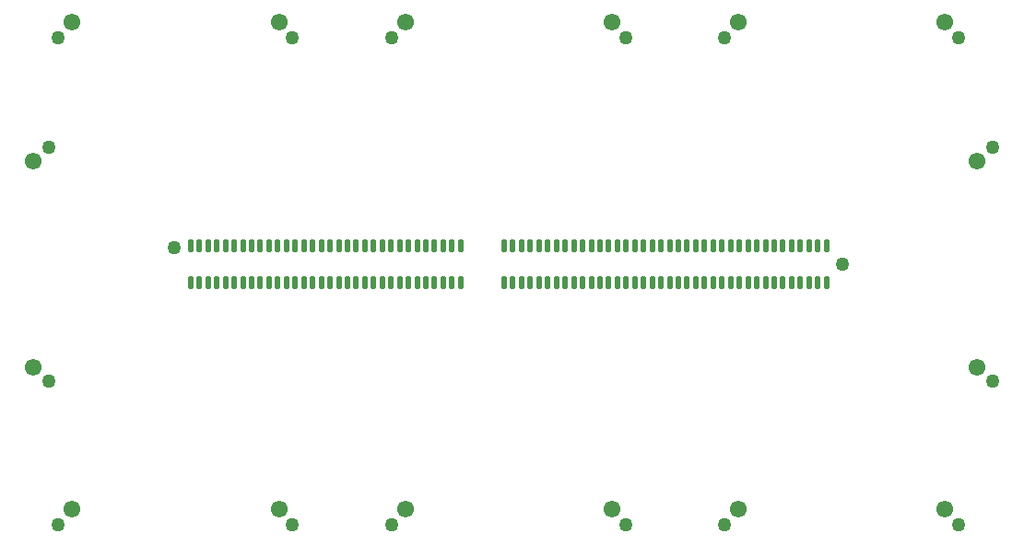
<source format=gbr>
%TF.GenerationSoftware,KiCad,Pcbnew,8.0.2-1*%
%TF.CreationDate,2025-02-24T13:25:59-05:00*%
%TF.ProjectId,ConcentratorBoardOctagon,436f6e63-656e-4747-9261-746f72426f61,rev?*%
%TF.SameCoordinates,Original*%
%TF.FileFunction,Soldermask,Bot*%
%TF.FilePolarity,Negative*%
%FSLAX46Y46*%
G04 Gerber Fmt 4.6, Leading zero omitted, Abs format (unit mm)*
G04 Created by KiCad (PCBNEW 8.0.2-1) date 2025-02-24 13:25:59*
%MOMM*%
%LPD*%
G01*
G04 APERTURE LIST*
G04 Aperture macros list*
%AMRoundRect*
0 Rectangle with rounded corners*
0 $1 Rounding radius*
0 $2 $3 $4 $5 $6 $7 $8 $9 X,Y pos of 4 corners*
0 Add a 4 corners polygon primitive as box body*
4,1,4,$2,$3,$4,$5,$6,$7,$8,$9,$2,$3,0*
0 Add four circle primitives for the rounded corners*
1,1,$1+$1,$2,$3*
1,1,$1+$1,$4,$5*
1,1,$1+$1,$6,$7*
1,1,$1+$1,$8,$9*
0 Add four rect primitives between the rounded corners*
20,1,$1+$1,$2,$3,$4,$5,0*
20,1,$1+$1,$4,$5,$6,$7,0*
20,1,$1+$1,$6,$7,$8,$9,0*
20,1,$1+$1,$8,$9,$2,$3,0*%
G04 Aperture macros list end*
%ADD10C,1.270000*%
%ADD11C,1.552000*%
%ADD12RoundRect,0.125000X-0.125000X-0.475000X0.125000X-0.475000X0.125000X0.475000X-0.125000X0.475000X0*%
G04 APERTURE END LIST*
D10*
%TO.C,REF\u002A\u002A4*%
X89255000Y-124000000D03*
X110745000Y-124000000D03*
D11*
X90505000Y-122500000D03*
X109495000Y-122500000D03*
%TD*%
D10*
%TO.C,REF\u002A\u002A*%
X58655000Y-124000000D03*
X80145000Y-124000000D03*
D11*
X59905000Y-122500000D03*
X78895000Y-122500000D03*
%TD*%
D10*
%TO.C,REF\u002A\u002A2*%
X119855000Y-124000000D03*
X141345000Y-124000000D03*
D11*
X121105000Y-122500000D03*
X140095000Y-122500000D03*
%TD*%
D10*
%TO.C,REF\u002A\u002A2*%
X119855000Y-79200000D03*
X141345000Y-79200000D03*
D11*
X121105000Y-77700000D03*
X140095000Y-77700000D03*
%TD*%
D10*
%TO.C,REF\u002A\u002A*%
X144500000Y-110745000D03*
X144500000Y-89255000D03*
D11*
X143000000Y-109495000D03*
X143000000Y-90505000D03*
%TD*%
D10*
%TO.C,REF\u002A\u002A1*%
X58655000Y-79200000D03*
X80145000Y-79200000D03*
D11*
X59905000Y-77700000D03*
X78895000Y-77700000D03*
%TD*%
D10*
%TO.C,REF\u002A\u002A3*%
X89255000Y-79200000D03*
X110745000Y-79200000D03*
D11*
X90505000Y-77700000D03*
X109495000Y-77700000D03*
%TD*%
D10*
%TO.C,REF\u002A\u002A*%
X57800000Y-110745000D03*
X57800000Y-89255000D03*
D11*
X56300000Y-109495000D03*
X56300000Y-90505000D03*
%TD*%
D10*
%TO.C,REF\u002A\u002A*%
X69300000Y-98500000D03*
X130700000Y-100000000D03*
D12*
X70800000Y-98300000D03*
X70800000Y-101700000D03*
X71600000Y-98300000D03*
X71600000Y-101700000D03*
X72400000Y-98300000D03*
X72400000Y-101700000D03*
X73200000Y-98300000D03*
X73200000Y-101700000D03*
X74000000Y-98300000D03*
X74000000Y-101700000D03*
X74800000Y-98300000D03*
X74800000Y-101700000D03*
X75600000Y-98300000D03*
X75600000Y-101700000D03*
X76400000Y-98300000D03*
X76400000Y-101700000D03*
X77200000Y-98300000D03*
X77200000Y-101700000D03*
X78000000Y-98300000D03*
X78000000Y-101700000D03*
X78800000Y-98300000D03*
X78800000Y-101700000D03*
X79600000Y-98300000D03*
X79600000Y-101700000D03*
X80400000Y-98300000D03*
X80400000Y-101700000D03*
X81200000Y-98300000D03*
X81200000Y-101700000D03*
X82000000Y-98300000D03*
X82000000Y-101700000D03*
X82800000Y-98300000D03*
X82800000Y-101700000D03*
X83600000Y-98300000D03*
X83600000Y-101700000D03*
X84400000Y-98300000D03*
X84400000Y-101700000D03*
X85200000Y-98300000D03*
X85200000Y-101700000D03*
X86000000Y-98300000D03*
X86000000Y-101700000D03*
X86800000Y-98300000D03*
X86800000Y-101700000D03*
X87600000Y-98300000D03*
X87600000Y-101700000D03*
X88400000Y-98300000D03*
X88400000Y-101700000D03*
X89200000Y-98300000D03*
X89200000Y-101700000D03*
X90000000Y-98300000D03*
X90000000Y-101700000D03*
X90800000Y-98300000D03*
X90800000Y-101700000D03*
X91600000Y-98300000D03*
X91600000Y-101700000D03*
X92400000Y-98300000D03*
X92400000Y-101700000D03*
X93200000Y-98300000D03*
X93200000Y-101700000D03*
X94000000Y-98300000D03*
X94000000Y-101700000D03*
X94800000Y-98300000D03*
X94800000Y-101700000D03*
X95600000Y-98300000D03*
X95600000Y-101700000D03*
X99600000Y-98300000D03*
X99600000Y-101700000D03*
X100400000Y-98300000D03*
X100400000Y-101700000D03*
X101200000Y-98300000D03*
X101200000Y-101700000D03*
X102000000Y-98300000D03*
X102000000Y-101700000D03*
X102800000Y-98300000D03*
X102800000Y-101700000D03*
X103600000Y-98300000D03*
X103600000Y-101700000D03*
X104400000Y-98300000D03*
X104400000Y-101700000D03*
X105200000Y-98300000D03*
X105200000Y-101700000D03*
X106000000Y-98300000D03*
X106000000Y-101700000D03*
X106800000Y-98300000D03*
X106800000Y-101700000D03*
X107600000Y-98300000D03*
X107600000Y-101700000D03*
X108400000Y-98300000D03*
X108400000Y-101700000D03*
X109200000Y-98300000D03*
X109200000Y-101700000D03*
X110000000Y-98300000D03*
X110000000Y-101700000D03*
X110800000Y-98300000D03*
X110800000Y-101700000D03*
X111600000Y-98300000D03*
X111600000Y-101700000D03*
X112400000Y-98300000D03*
X112400000Y-101700000D03*
X113200000Y-98300000D03*
X113200000Y-101700000D03*
X114000000Y-98300000D03*
X114000000Y-101700000D03*
X114800000Y-98300000D03*
X114800000Y-101700000D03*
X115600000Y-98300000D03*
X115600000Y-101700000D03*
X116400000Y-98300000D03*
X116400000Y-101700000D03*
X117200000Y-98300000D03*
X117200000Y-101700000D03*
X118000000Y-98300000D03*
X118000000Y-101700000D03*
X118800000Y-98300000D03*
X118800000Y-101700000D03*
X119600000Y-98300000D03*
X119600000Y-101700000D03*
X120400000Y-98300000D03*
X120400000Y-101700000D03*
X121200000Y-98300000D03*
X121200000Y-101700000D03*
X122000000Y-98300000D03*
X122000000Y-101700000D03*
X122800000Y-98300000D03*
X122800000Y-101700000D03*
X123600000Y-98300000D03*
X123600000Y-101700000D03*
X124400000Y-98300000D03*
X124400000Y-101700000D03*
X125200000Y-98300000D03*
X125200000Y-101700000D03*
X126000000Y-98300000D03*
X126000000Y-101700000D03*
X126800000Y-98300000D03*
X126800000Y-101700000D03*
X127600000Y-98300000D03*
X127600000Y-101700000D03*
X128400000Y-98300000D03*
X128400000Y-101700000D03*
X129200000Y-98300000D03*
X129200000Y-101700000D03*
%TD*%
M02*

</source>
